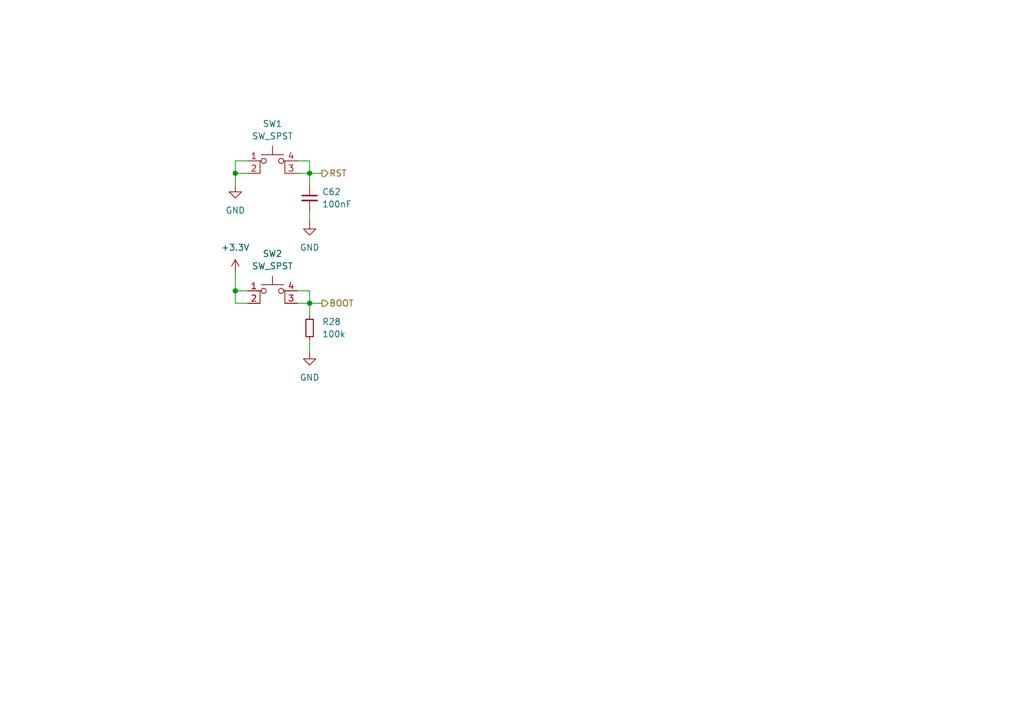
<source format=kicad_sch>
(kicad_sch (version 20250114) (generator "eeschema") (generator_version "9.0")
  (paper "A5")
  (lib_symbols
    (symbol "Device:C_Small" (pin_numbers (hide yes)) (pin_names (offset 0.254) (hide yes))
      (property "Reference" "C" (at 0.254 1.778 0))
      (property "Value" "C_Small" (at 0.254 -2.032 0))
      (symbol "C_Small_0_1"
        (polyline (pts (xy -1.524 0.508) (xy 1.524 0.508)) (stroke (width 0.3048)))
        (polyline (pts (xy -1.524 -0.508) (xy 1.524 -0.508)) (stroke (width 0.3302)))
      )
      (symbol "C_Small_1_1"
        (pin passive line (at 0 2.54 270) (length 2.032) (name "~") (number "1"))
        (pin passive line (at 0 -2.54 90) (length 2.032) (name "~") (number "2"))
      )
    )
    (symbol "Device:R_Small" (pin_numbers (hide yes)) (pin_names (offset 0.254) (hide yes))
      (property "Reference" "R" (at 0.762 0.508 0))
      (property "Value" "R_Small" (at 0.762 -1.016 0))
      (symbol "R_Small_0_1"
        (rectangle (start -0.762 1.778) (end 0.762 -1.778) (stroke (width 0.2032)))
      )
      (symbol "R_Small_1_1"
        (pin passive line (at 0 2.54 270) (length 0.762) (name "~") (number "1"))
        (pin passive line (at 0 -2.54 90) (length 0.762) (name "~") (number "2"))
      )
    )
    (symbol "Switch:SW_MEC_5E" (pin_names (offset 1.016) (hide yes))
      (property "Reference" "SW" (at 0.635 5.715 0))
      (property "Value" "SW_MEC_5E" (at 0 -3.175 0))
      (symbol "SW_MEC_5E_0_1"
        (polyline (pts (xy -2.54 0) (xy -2.54 2.54) (xy -2.286 2.54)))
        (polyline (pts (xy -2.286 3.81) (xy 2.286 3.81)))
        (circle (center -1.778 2.54) (radius 0.508))
        (polyline (pts (xy 0 3.81) (xy 0 5.588)))
        (circle (center 1.778 2.54) (radius 0.508))
        (polyline (pts (xy 2.54 0) (xy 2.54 2.54) (xy 2.286 2.54)))
        (pin passive line (at -5.08 2.54 0) (length 2.54) (name "1") (number "1"))
        (pin passive line (at -5.08 0 0) (length 2.54) (name "2") (number "2"))
        (pin passive line (at 5.08 2.54 180) (length 2.54) (name "A") (number "4"))
        (pin passive line (at 5.08 0 180) (length 2.54) (name "K") (number "3"))
      )
    )
    (symbol "power:+3.3V" (power) (pin_numbers (hide yes)) (pin_names (offset 0) (hide yes))
      (property "Value" "+3.3V" (at 0 3.556 0))
      (symbol "+3.3V_0_1"
        (polyline (pts (xy -0.762 1.27) (xy 0 2.54)))
        (polyline (pts (xy 0 2.54) (xy 0.762 1.27)))
        (polyline (pts (xy 0 0) (xy 0 2.54)))
      )
      (symbol "+3.3V_1_1"
        (pin power_in line (at 0 0 90) (length 0) (name "~") (number "1"))
      )
    )
    (symbol "power:GND" (power) (pin_numbers (hide yes)) (pin_names (offset 0) (hide yes))
      (property "Value" "GND" (at 0 -3.81 0))
      (symbol "GND_0_1"
        (polyline (pts (xy 0 0) (xy 0 -1.27) (xy 1.27 -1.27) (xy 0 -2.54) (xy -1.27 -1.27) (xy 0 -1.27)))
      )
      (symbol "GND_1_1"
        (pin power_in line (at 0 0 270) (length 0) (name "~") (number "1"))
      )
    )
  )
  (junction (at 63.5 62.23))
  (junction (at 48.26 35.56))
  (junction (at 63.5 35.56))
  (junction (at 48.26 59.69))
  (wire (pts (xy 48.26 59.69) (xy 48.26 55.88)))
  (wire (pts (xy 63.5 69.85) (xy 63.5 72.39)))
  (wire (pts (xy 60.96 59.69) (xy 63.5 59.69)))
  (wire (pts (xy 50.8 33.02) (xy 48.26 33.02)))
  (wire (pts (xy 63.5 59.69) (xy 63.5 62.23)))
  (wire (pts (xy 63.5 43.18) (xy 63.5 45.72)))
  (wire (pts (xy 60.96 62.23) (xy 63.5 62.23)))
  (wire (pts (xy 48.26 38.1) (xy 48.26 35.56)))
  (wire (pts (xy 63.5 33.02) (xy 63.5 35.56)))
  (wire (pts (xy 48.26 35.56) (xy 50.8 35.56)))
  (wire (pts (xy 48.26 62.23) (xy 48.26 59.69)))
  (wire (pts (xy 63.5 62.23) (xy 66.04 62.23)))
  (wire (pts (xy 63.5 35.56) (xy 63.5 38.1)))
  (wire (pts (xy 48.26 33.02) (xy 48.26 35.56)))
  (wire (pts (xy 60.96 35.56) (xy 63.5 35.56)))
  (wire (pts (xy 63.5 35.56) (xy 66.04 35.56)))
  (wire (pts (xy 60.96 33.02) (xy 63.5 33.02)))
  (wire (pts (xy 48.26 59.69) (xy 50.8 59.69)))
  (wire (pts (xy 50.8 62.23) (xy 48.26 62.23)))
  (wire (pts (xy 63.5 62.23) (xy 63.5 64.77)))
  (hierarchical_label "RST" (shape output) (at 66.04 35.56 0))
  (hierarchical_label "BOOT" (shape output) (at 66.04 62.23 0))
  (symbol (lib_id "power:GND") (at 63.5 45.72 0) (unit 1)
    (property "Reference" "#PWR0145" (effects (hide yes)))
    (property "Value" "GND" (at 63.5 50.8 0))
    (property "Description" "Power symbol creates a global label with name \"GND\" , ground" (effects (hide yes)))
  )
  (symbol (lib_id "power:+3.3V") (at 48.26 55.88 0) (unit 1)
    (property "Reference" "#PWR0144" (effects (hide yes)))
    (property "Value" "+3.3V" (at 48.26 50.8 0))
    (property "Description" "Power symbol creates a global label with name \"+3.3V\"" (effects (hide yes)))
  )
  (symbol (lib_id "Device:C_Small") (at 63.5 40.64 0) (unit 1)
    (property "Reference" "C62" (at 66.04 39.3763 0) (effects (justify left)))
    (property "Value" "100nF" (at 66.04 41.9163 0) (effects (justify left)))
    (property "Footprint" "Capacitor_SMD:C_0603_1608Metric" (effects (hide yes)))
    (property "Description" "Unpolarized capacitor, small symbol" (effects (hide yes)))
    (property "LCSC" "C14663" (effects (hide yes)))
  )
  (symbol (lib_id "power:GND") (at 63.5 72.39 0) (unit 1)
    (property "Reference" "#PWR0146" (effects (hide yes)))
    (property "Value" "GND" (at 63.5 77.47 0))
    (property "Description" "Power symbol creates a global label with name \"GND\" , ground" (effects (hide yes)))
  )
  (symbol (lib_id "Device:R_Small") (at 63.5 67.31 0) (unit 1)
    (property "Reference" "R28" (at 66.04 66.04 0) (effects (justify left)))
    (property "Value" "100k" (at 66.04 68.58 0) (effects (justify left)))
    (property "Footprint" "Resistor_SMD:R_0603_1608Metric" (effects (hide yes)))
    (property "Description" "Resistor, small symbol" (effects (hide yes)))
    (property "LCSC" "C14675" (effects (hide yes)))
  )
  (symbol (lib_id "power:GND") (at 48.26 38.1 0) (unit 1)
    (property "Reference" "#PWR0143" (effects (hide yes)))
    (property "Value" "GND" (at 48.26 43.18 0))
    (property "Description" "Power symbol creates a global label with name \"GND\" , ground" (effects (hide yes)))
  )
  (symbol (lib_id "Switch:SW_MEC_5E") (at 55.88 35.56 0) (unit 1)
    (property "Reference" "SW1" (at 55.88 25.4 0))
    (property "Value" "SW_SPST" (at 55.88 27.94 0))
    (property "Footprint" "LCSC:SW-SMD_4P-L3.4-W3.4-P2.00-LS4.0_TS3315A160GF" (effects (hide yes)))
    (property "Datasheet" "http://www.apem.com/int/index.php?controller=attachment&id_attachment=1371" (effects (hide yes)))
    (property "Description" "MEC 5E single pole normally-open tactile switch" (effects (hide yes)))
    (property "LCSC" "C557593" (effects (hide yes)))
  )
  (symbol (lib_id "Switch:SW_MEC_5E") (at 55.88 62.23 0) (unit 1)
    (property "Reference" "SW2" (at 55.88 52.07 0))
    (property "Value" "SW_SPST" (at 55.88 54.61 0))
    (property "Footprint" "LCSC:SW-SMD_4P-L3.4-W3.4-P2.00-LS4.0_TS3315A160GF" (effects (hide yes)))
    (property "Datasheet" "http://www.apem.com/int/index.php?controller=attachment&id_attachment=1371" (effects (hide yes)))
    (property "Description" "MEC 5E single pole normally-open tactile switch" (effects (hide yes)))
    (property "LCSC" "C557593" (effects (hide yes)))
  )
)
</source>
